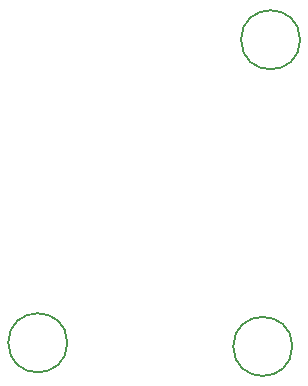
<source format=gbr>
%TF.GenerationSoftware,KiCad,Pcbnew,8.0.1*%
%TF.CreationDate,2024-04-15T14:56:09+02:00*%
%TF.ProjectId,Transmitter prototype,5472616e-736d-4697-9474-65722070726f,rev?*%
%TF.SameCoordinates,Original*%
%TF.FileFunction,Other,Comment*%
%FSLAX46Y46*%
G04 Gerber Fmt 4.6, Leading zero omitted, Abs format (unit mm)*
G04 Created by KiCad (PCBNEW 8.0.1) date 2024-04-15 14:56:09*
%MOMM*%
%LPD*%
G01*
G04 APERTURE LIST*
%ADD10C,0.150000*%
G04 APERTURE END LIST*
D10*
%TO.C,H3*%
X181519200Y-99568000D02*
G75*
G02*
X176519200Y-99568000I-2500000J0D01*
G01*
X176519200Y-99568000D02*
G75*
G02*
X181519200Y-99568000I2500000J0D01*
G01*
%TO.C,H2*%
X162469200Y-99263200D02*
G75*
G02*
X157469200Y-99263200I-2500000J0D01*
G01*
X157469200Y-99263200D02*
G75*
G02*
X162469200Y-99263200I2500000J0D01*
G01*
%TO.C,H1*%
X182179600Y-73609200D02*
G75*
G02*
X177179600Y-73609200I-2500000J0D01*
G01*
X177179600Y-73609200D02*
G75*
G02*
X182179600Y-73609200I2500000J0D01*
G01*
%TD*%
M02*

</source>
